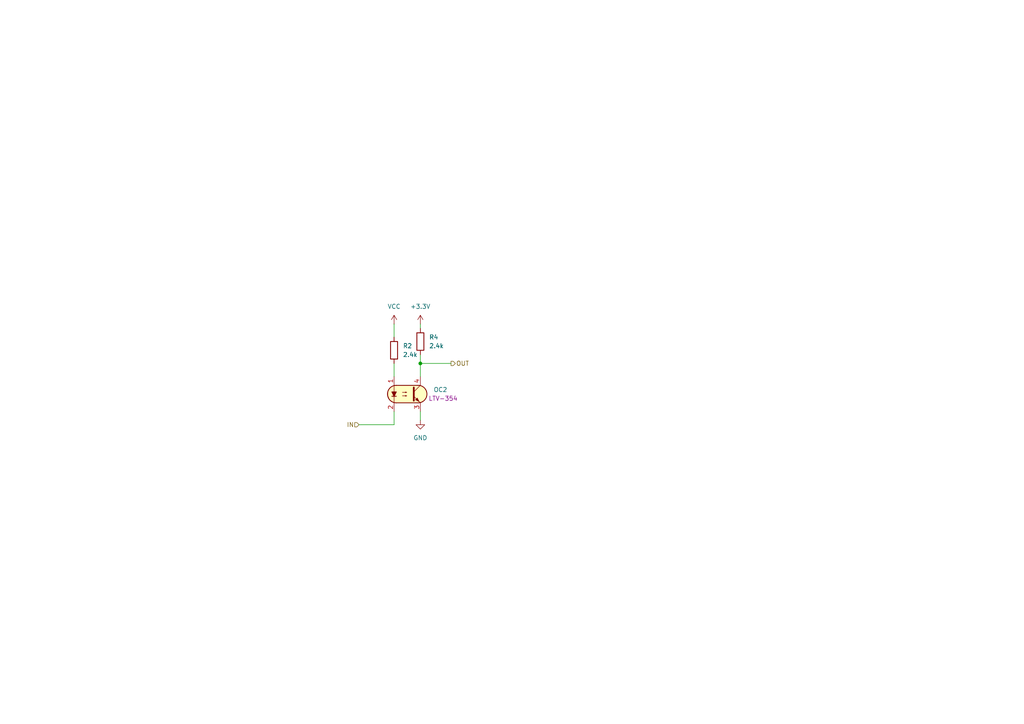
<source format=kicad_sch>
(kicad_sch (version 20250114) (generator "eeschema") (generator_version "9.0")
  (paper "A4")
  (lib_symbols
    (symbol "Optocoupler_AKL:FOD817S" (pin_names (offset 1.016))
      (property "Reference" "OC" (at 6.35 1.27 0))
      (property "Value" "FOD817S" (at 6.35 -1.27 0))
      (symbol "FOD817S_0_1"
        (polyline (pts (xy -4.445 -0.635) (xy -3.175 -0.635)) (stroke (width 0.254)))
        (polyline (pts (xy -3.81 -0.635) (xy -4.445 0.635) (xy -3.175 0.635) (xy -3.81 -0.635)) (stroke (width 0.254)) (fill (type outline)))
        (polyline (pts (xy -3.81 -2.54) (xy -3.81 -1.27) (xy -3.81 2.54)) (stroke (width 0.1524)))
        (polyline (pts (xy -3.175 2.54) (xy 3.175 2.54)) (stroke (width 0.254)))
        (arc (start -3.1975 -2.54) (mid -5.7151 0) (end -3.1975 2.54) (stroke (width 0.254)))
        (polyline (pts (xy -2.54 2.54) (xy 3.429 2.54) (xy 4.318 2.286) (xy 4.699 2.032) (xy 5.08 1.651) (xy 5.461 1.016) (xy 5.715 0.381) (xy 5.715 -0.381) (xy 5.461 -1.143) (xy 4.826 -1.905) (xy 4.191 -2.286) (xy 3.302 -2.54) (xy -3.81 -2.54) (xy -3.81 -2.54) (xy -4.572 -2.032) (xy -5.08 -1.778) (xy -5.588 -0.508) (xy -5.588 0.254) (xy -5.588 1.016) (xy -5.08 1.778) (xy -4.318 2.286) (xy -3.556 2.54) (xy -2.54 2.54)) (stroke (width 0.01)) (fill (type background)))
        (polyline (pts (xy -1.397 0.508) (xy -0.127 0.508) (xy -0.508 0.381) (xy -0.508 0.635) (xy -0.127 0.508)))
        (polyline (pts (xy -1.397 -0.508) (xy -0.127 -0.508) (xy -0.508 -0.635) (xy -0.508 -0.381) (xy -0.127 -0.508)))
        (polyline (pts (xy 1.905 1.905) (xy 1.905 -1.905) (xy 1.905 -1.905)) (stroke (width 0.508)))
        (polyline (pts (xy 1.905 0.635) (xy 3.81 2.54)))
        (polyline (pts (xy 2.413 -1.651) (xy 2.921 -1.143) (xy 3.429 -2.159) (xy 2.413 -1.651) (xy 2.413 -1.651)) (fill (type outline)))
        (arc (start 3.1975 2.54) (mid 5.7151 0) (end 3.1975 -2.54) (stroke (width 0.254)))
        (polyline (pts (xy 3.175 -2.54) (xy -3.175 -2.54)) (stroke (width 0.254)))
        (polyline (pts (xy 3.81 -2.54) (xy 1.905 -0.635)) (fill (type outline)))
      )
      (symbol "FOD817S_1_1"
        (pin passive line (at -3.81 5.08 270) (length 2.54) (name "~") (number "1"))
        (pin passive line (at -3.81 -5.08 90) (length 2.54) (name "~") (number "2"))
        (pin passive line (at 3.81 5.08 270) (length 2.54) (name "~") (number "4"))
        (pin passive line (at 3.81 -5.08 90) (length 2.54) (name "~") (number "3"))
      )
    )
    (symbol "Resistor_AKL:R_0603" (pin_numbers (hide yes)) (pin_names (offset 0))
      (property "Reference" "R" (at 2.54 1.27 0))
      (property "Value" "R_0603" (at 2.54 -1.27 0))
      (symbol "R_0603_0_1"
        (rectangle (start -1.016 2.54) (end 1.016 -2.54) (stroke (width 0.254)))
      )
      (symbol "R_0603_0_2"
        (polyline (pts (xy -2.54 -2.54) (xy -1.524 -1.524)))
        (polyline (pts (xy 1.524 1.524) (xy 2.54 2.54)))
        (polyline (pts (xy 1.524 1.524) (xy 0.889 2.159) (xy -2.159 -0.889) (xy -0.889 -2.159) (xy 2.159 0.889) (xy 1.524 1.524)) (stroke (width 0.254)))
      )
      (symbol "R_0603_1_1"
        (pin passive line (at 0 3.81 270) (length 1.27) (name "~") (number "1"))
        (pin passive line (at 0 -3.81 90) (length 1.27) (name "~") (number "2"))
      )
      (symbol "R_0603_1_2"
        (pin passive line (at -2.54 -2.54 0) (length 0) (name "") (number "2"))
        (pin passive line (at 2.54 2.54 180) (length 0) (name "") (number "1"))
      )
    )
    (symbol "power:+3.3V" (power) (pin_numbers (hide yes)) (pin_names (offset 0) (hide yes))
      (property "Value" "+3.3V" (at 0 3.556 0))
      (symbol "+3.3V_0_1"
        (polyline (pts (xy -0.762 1.27) (xy 0 2.54)))
        (polyline (pts (xy 0 2.54) (xy 0.762 1.27)))
        (polyline (pts (xy 0 0) (xy 0 2.54)))
      )
      (symbol "+3.3V_1_1"
        (pin power_in line (at 0 0 90) (length 0) (name "~") (number "1"))
      )
    )
    (symbol "power:GND" (power) (pin_numbers (hide yes)) (pin_names (offset 0) (hide yes))
      (property "Value" "GND" (at 0 -3.81 0))
      (symbol "GND_0_1"
        (polyline (pts (xy 0 0) (xy 0 -1.27) (xy 1.27 -1.27) (xy 0 -2.54) (xy -1.27 -1.27) (xy 0 -1.27)))
      )
      (symbol "GND_1_1"
        (pin power_in line (at 0 0 270) (length 0) (name "~") (number "1"))
      )
    )
    (symbol "power:VCC" (power) (pin_numbers (hide yes)) (pin_names (offset 0) (hide yes))
      (property "Value" "VCC" (at 0 3.556 0))
      (symbol "VCC_0_1"
        (polyline (pts (xy -0.762 1.27) (xy 0 2.54)))
        (polyline (pts (xy 0 2.54) (xy 0.762 1.27)))
        (polyline (pts (xy 0 0) (xy 0 2.54)))
      )
      (symbol "VCC_1_1"
        (pin power_in line (at 0 0 90) (length 0) (name "~") (number "1"))
      )
    )
  )
  (junction (at 121.92 105.41))
  (wire (pts (xy 104.14 123.19) (xy 114.3 123.19)))
  (wire (pts (xy 121.92 105.41) (xy 121.92 109.22)))
  (wire (pts (xy 114.3 105.41) (xy 114.3 109.22)))
  (wire (pts (xy 121.92 102.87) (xy 121.92 105.41)))
  (wire (pts (xy 121.92 93.98) (xy 121.92 95.25)))
  (wire (pts (xy 121.92 119.38) (xy 121.92 121.92)))
  (wire (pts (xy 114.3 123.19) (xy 114.3 119.38)))
  (wire (pts (xy 114.3 93.98) (xy 114.3 97.79)))
  (wire (pts (xy 121.92 105.41) (xy 130.81 105.41)))
  (hierarchical_label "OUT" (shape output) (at 130.81 105.41 0))
  (hierarchical_label "IN" (shape input) (at 104.14 123.19 180))
  (symbol (lib_id "power:GND") (at 121.92 121.92 0) (unit 1)
    (property "Reference" "#PWR07" (effects (hide yes)))
    (property "Value" "GND" (at 121.92 127 0))
    (property "Description" "Power symbol creates a global label with name \"GND\" , ground" (effects (hide yes)))
    (instances (project "" (path "" (reference "#PWR08") (unit 1)) (path "" (reference "#PWR07") (unit 1))))
  )
  (symbol (lib_id "Resistor_AKL:R_0603") (at 114.3 101.6 180) (unit 1)
    (property "Reference" "R1" (at 116.84 100.3299 0) (effects (justify right)))
    (property "Value" "2.4k" (at 116.84 102.8699 0) (effects (justify right)))
    (property "Footprint" "Resistor_SMD_AKL:R_0603_1608Metric" (effects (hide yes)))
    (property "Description" "SMD 0603 Chip Resistor, European Symbol, Alternate KiCad Library" (effects (hide yes)))
    (instances (project "" (path "" (reference "R2") (unit 1)) (path "" (reference "R1") (unit 1))))
  )
  (symbol (lib_id "Optocoupler_AKL:FOD817S") (at 118.11 114.3 0) (unit 1)
    (property "Reference" "OC1" (at 125.73 113.0299 0) (effects (justify left)))
    (property "Value" "FOD817S" (effects (hide yes)))
    (property "Footprint" "Package_DIP_AKL:SMDIP-4_W9.53mm" (effects (hide yes)))
    (property "Datasheet" "https://www.tme.eu/Document/3a0358906a5fcb3aa253d025de809a1d/FOD814300W.PDF" (effects (hide yes)))
    (property "Description" "SMDIP-4 Optocoupler, Transistor output, 5kV, 8us, Alternate KiCAD Library" (effects (hide yes)))
    (property "Part Number" "LTV-354" (at 128.524 115.57 0))
    (instances (project "" (path "" (reference "OC2") (unit 1)) (path "" (reference "OC1") (unit 1))))
  )
  (symbol (lib_id "power:+3.3V") (at 121.92 93.98 0) (unit 1)
    (property "Reference" "#PWR05" (effects (hide yes)))
    (property "Value" "+3.3V" (at 121.92 88.9 0))
    (property "Description" "Power symbol creates a global label with name \"+3.3V\"" (effects (hide yes)))
    (instances (project "" (path "" (reference "#PWR06") (unit 1)) (path "" (reference "#PWR05") (unit 1))))
  )
  (symbol (lib_id "Resistor_AKL:R_0603") (at 121.92 99.06 180) (unit 1)
    (property "Reference" "R3" (at 124.46 97.7899 0) (effects (justify right)))
    (property "Value" "2.4k" (at 124.46 100.3299 0) (effects (justify right)))
    (property "Footprint" "Resistor_SMD_AKL:R_0603_1608Metric" (effects (hide yes)))
    (property "Description" "SMD 0603 Chip Resistor, European Symbol, Alternate KiCad Library" (effects (hide yes)))
    (instances (project "Diseños de circuitos" (path "" (reference "R4") (unit 1)) (path "" (reference "R3") (unit 1))))
  )
  (symbol (lib_id "power:VCC") (at 114.3 93.98 0) (unit 1)
    (property "Reference" "#PWR09" (effects (hide yes)))
    (property "Value" "VCC" (at 114.3 88.9 0))
    (property "Description" "Power symbol creates a global label with name \"VCC\"" (effects (hide yes)))
    (instances (project "" (path "" (reference "#PWR010") (unit 1)) (path "" (reference "#PWR09") (unit 1))))
  )
)
</source>
